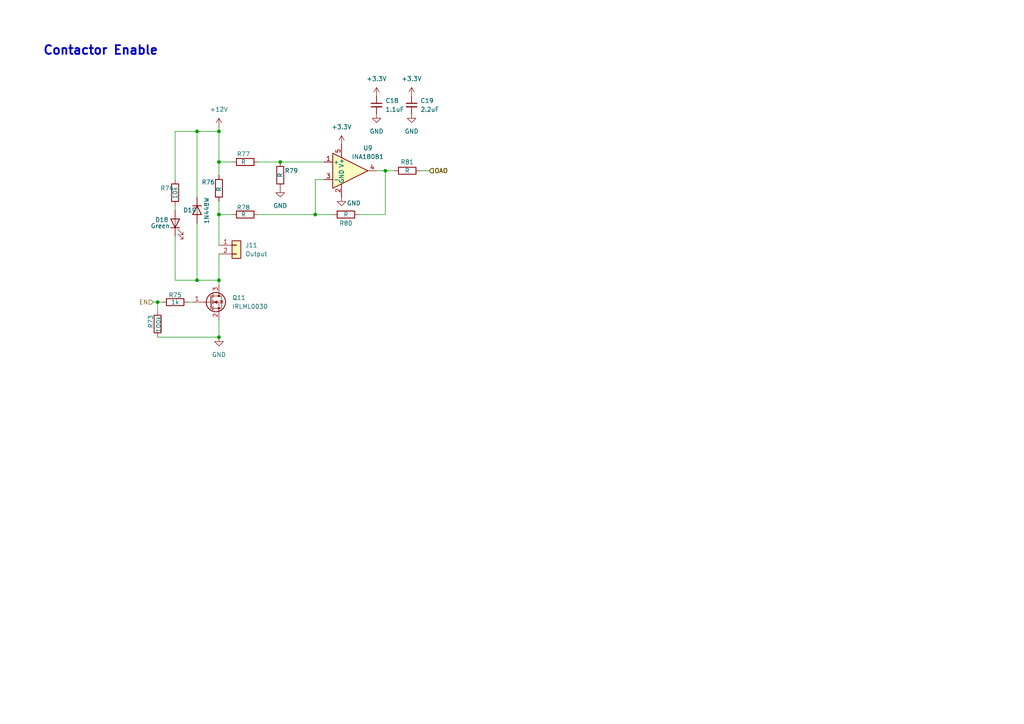
<source format=kicad_sch>
(kicad_sch (version 20231120) (generator "eeschema") (generator_version "8.0")
  (paper "A4")
  (lib_symbols
    (symbol "Amplifier_Current:INA180B1" (pin_names (offset 0.127))
      (property "Reference" "U" (at 3.81 3.81 0))
      (property "Value" "INA180B1" (at 3.81 -2.54 0))
      (symbol "INA180B1_0_1"
        (polyline (pts (xy 5.08 0) (xy -5.08 5.08) (xy -5.08 -5.08) (xy 5.08 0)) (stroke (width 0.254)) (fill (type background)))
      )
      (symbol "INA180B1_1_1"
        (pin input line (at -7.62 2.54 0) (length 2.54) (name "+") (number "1"))
        (pin power_in line (at -2.54 -7.62 90) (length 3.81) (name "GND") (number "2"))
        (pin input line (at -7.62 -2.54 0) (length 2.54) (name "-") (number "3"))
        (pin output line (at 7.62 0 180) (length 2.54) (name "~") (number "4"))
        (pin power_in line (at -2.54 7.62 270) (length 3.81) (name "V+") (number "5"))
      )
    )
    (symbol "Connector_Generic:Conn_01x02" (pin_names (offset 1.016) hide)
      (property "Reference" "J" (at 0 2.54 0))
      (property "Value" "Conn_01x02" (at 0 -5.08 0))
      (symbol "Conn_01x02_1_1"
        (rectangle (start -1.27 -2.413) (end 0 -2.667) (stroke (width 0.1524)))
        (rectangle (start -1.27 0.127) (end 0 -0.127) (stroke (width 0.1524)))
        (rectangle (start -1.27 1.27) (end 1.27 -3.81) (stroke (width 0.254)) (fill (type background)))
        (pin passive line (at -5.08 0 0) (length 3.81) (name "Pin_1") (number "1"))
        (pin passive line (at -5.08 -2.54 0) (length 3.81) (name "Pin_2") (number "2"))
      )
    )
    (symbol "Device:C_Small" (pin_numbers hide) (pin_names (offset 0.254) hide)
      (property "Reference" "C" (at 0.254 1.778 0))
      (property "Value" "C_Small" (at 0.254 -2.032 0))
      (symbol "C_Small_0_1"
        (polyline (pts (xy -1.524 -0.508) (xy 1.524 -0.508)) (stroke (width 0.3302)))
        (polyline (pts (xy -1.524 0.508) (xy 1.524 0.508)) (stroke (width 0.3048)))
      )
      (symbol "C_Small_1_1"
        (pin passive line (at 0 2.54 270) (length 2.032) (name "~") (number "1"))
        (pin passive line (at 0 -2.54 90) (length 2.032) (name "~") (number "2"))
      )
    )
    (symbol "Device:D" (pin_numbers hide) (pin_names (offset 1.016) hide)
      (property "Reference" "D" (at 0 2.54 0))
      (property "Value" "D" (at 0 -2.54 0))
      (symbol "D_0_1"
        (polyline (pts (xy -1.27 1.27) (xy -1.27 -1.27)) (stroke (width 0.254)))
        (polyline (pts (xy 1.27 0) (xy -1.27 0)))
        (polyline (pts (xy 1.27 1.27) (xy 1.27 -1.27) (xy -1.27 0) (xy 1.27 1.27)) (stroke (width 0.254)))
      )
      (symbol "D_1_1"
        (pin passive line (at -3.81 0 0) (length 2.54) (name "K") (number "1"))
        (pin passive line (at 3.81 0 180) (length 2.54) (name "A") (number "2"))
      )
    )
    (symbol "Device:LED" (pin_numbers hide) (pin_names (offset 1.016) hide)
      (property "Reference" "D" (at 0 2.54 0))
      (property "Value" "LED" (at 0 -2.54 0))
      (symbol "LED_0_1"
        (polyline (pts (xy -1.27 -1.27) (xy -1.27 1.27)) (stroke (width 0.254)))
        (polyline (pts (xy -1.27 0) (xy 1.27 0)))
        (polyline (pts (xy 1.27 -1.27) (xy 1.27 1.27) (xy -1.27 0) (xy 1.27 -1.27)) (stroke (width 0.254)))
        (polyline (pts (xy -3.048 -0.762) (xy -4.572 -2.286) (xy -3.81 -2.286) (xy -4.572 -2.286) (xy -4.572 -1.524)))
        (polyline (pts (xy -1.778 -0.762) (xy -3.302 -2.286) (xy -2.54 -2.286) (xy -3.302 -2.286) (xy -3.302 -1.524)))
      )
      (symbol "LED_1_1"
        (pin passive line (at -3.81 0 0) (length 2.54) (name "K") (number "1"))
        (pin passive line (at 3.81 0 180) (length 2.54) (name "A") (number "2"))
      )
    )
    (symbol "Device:R" (pin_numbers hide) (pin_names (offset 0))
      (property "Reference" "R" (at 2.032 0 90))
      (property "Value" "R" (at 0 0 90))
      (symbol "R_0_1"
        (rectangle (start -1.016 -2.54) (end 1.016 2.54) (stroke (width 0.254)))
      )
      (symbol "R_1_1"
        (pin passive line (at 0 3.81 270) (length 1.27) (name "~") (number "1"))
        (pin passive line (at 0 -3.81 90) (length 1.27) (name "~") (number "2"))
      )
    )
    (symbol "Transistor_FET:IRLML0030" (pin_names hide)
      (property "Reference" "Q" (at 5.08 1.905 0))
      (property "Value" "IRLML0030" (at 5.08 0 0))
      (symbol "IRLML0030_0_1"
        (polyline (pts (xy 0.254 0) (xy -2.54 0)))
        (polyline (pts (xy 0.254 1.905) (xy 0.254 -1.905)) (stroke (width 0.254)))
        (polyline (pts (xy 0.762 -1.27) (xy 0.762 -2.286)) (stroke (width 0.254)))
        (polyline (pts (xy 0.762 0.508) (xy 0.762 -0.508)) (stroke (width 0.254)))
        (polyline (pts (xy 0.762 2.286) (xy 0.762 1.27)) (stroke (width 0.254)))
        (polyline (pts (xy 2.54 2.54) (xy 2.54 1.778)))
        (polyline (pts (xy 2.54 -2.54) (xy 2.54 0) (xy 0.762 0)))
        (polyline (pts (xy 0.762 -1.778) (xy 3.302 -1.778) (xy 3.302 1.778) (xy 0.762 1.778)))
        (polyline (pts (xy 1.016 0) (xy 2.032 0.381) (xy 2.032 -0.381) (xy 1.016 0)) (fill (type outline)))
        (polyline (pts (xy 2.794 0.508) (xy 2.921 0.381) (xy 3.683 0.381) (xy 3.81 0.254)))
        (polyline (pts (xy 3.302 0.381) (xy 2.921 -0.254) (xy 3.683 -0.254) (xy 3.302 0.381)))
        (circle (center 1.651 0) (radius 2.794) (stroke (width 0.254)))
        (circle (center 2.54 -1.778) (radius 0.254) (fill (type outline)))
        (circle (center 2.54 1.778) (radius 0.254) (fill (type outline)))
      )
      (symbol "IRLML0030_1_1"
        (pin input line (at -5.08 0 0) (length 2.54) (name "G") (number "1"))
        (pin passive line (at 2.54 -5.08 90) (length 2.54) (name "S") (number "2"))
        (pin passive line (at 2.54 5.08 270) (length 2.54) (name "D") (number "3"))
      )
    )
    (symbol "power:+12V" (power) (pin_numbers hide) (pin_names (offset 0) hide)
      (property "Value" "+12V" (at 0 3.556 0))
      (symbol "+12V_0_1"
        (polyline (pts (xy -0.762 1.27) (xy 0 2.54)))
        (polyline (pts (xy 0 0) (xy 0 2.54)))
        (polyline (pts (xy 0 2.54) (xy 0.762 1.27)))
      )
      (symbol "+12V_1_1"
        (pin power_in line (at 0 0 90) (length 0) (name "~") (number "1"))
      )
    )
    (symbol "power:+3.3V" (power) (pin_numbers hide) (pin_names (offset 0) hide)
      (property "Value" "+3.3V" (at 0 3.556 0))
      (symbol "+3.3V_0_1"
        (polyline (pts (xy -0.762 1.27) (xy 0 2.54)))
        (polyline (pts (xy 0 0) (xy 0 2.54)))
        (polyline (pts (xy 0 2.54) (xy 0.762 1.27)))
      )
      (symbol "+3.3V_1_1"
        (pin power_in line (at 0 0 90) (length 0) (name "~") (number "1"))
      )
    )
    (symbol "power:GND" (power) (pin_numbers hide) (pin_names (offset 0) hide)
      (property "Value" "GND" (at 0 -3.81 0))
      (symbol "GND_0_1"
        (polyline (pts (xy 0 0) (xy 0 -1.27) (xy 1.27 -1.27) (xy 0 -2.54) (xy -1.27 -1.27) (xy 0 -1.27)))
      )
      (symbol "GND_1_1"
        (pin power_in line (at 0 0 270) (length 0) (name "~") (number "1"))
      )
    )
  )
  (junction (at 45.72 87.63))
  (junction (at 57.15 81.28))
  (junction (at 57.15 38.1))
  (junction (at 63.5 62.23))
  (junction (at 111.76 49.53))
  (junction (at 63.5 97.79))
  (junction (at 63.5 46.99))
  (junction (at 63.5 38.1))
  (junction (at 63.5 81.28))
  (junction (at 91.44 62.23))
  (junction (at 81.28 46.99))
  (wire (pts (xy 111.76 49.53) (xy 111.76 62.23)))
  (wire (pts (xy 46.99 87.63) (xy 45.72 87.63)))
  (wire (pts (xy 109.22 49.53) (xy 111.76 49.53)))
  (wire (pts (xy 50.8 81.28) (xy 50.8 68.58)))
  (wire (pts (xy 111.76 62.23) (xy 104.14 62.23)))
  (wire (pts (xy 91.44 52.07) (xy 93.98 52.07)))
  (wire (pts (xy 63.5 73.66) (xy 63.5 81.28)))
  (wire (pts (xy 57.15 64.77) (xy 57.15 81.28)))
  (wire (pts (xy 45.72 97.79) (xy 63.5 97.79)))
  (wire (pts (xy 63.5 38.1) (xy 57.15 38.1)))
  (wire (pts (xy 45.72 87.63) (xy 45.72 90.17)))
  (wire (pts (xy 44.45 87.63) (xy 45.72 87.63)))
  (wire (pts (xy 63.5 36.83) (xy 63.5 38.1)))
  (wire (pts (xy 63.5 58.42) (xy 63.5 62.23)))
  (wire (pts (xy 63.5 92.71) (xy 63.5 97.79)))
  (wire (pts (xy 74.93 62.23) (xy 91.44 62.23)))
  (wire (pts (xy 57.15 38.1) (xy 57.15 57.15)))
  (wire (pts (xy 111.76 49.53) (xy 114.3 49.53)))
  (wire (pts (xy 121.92 49.53) (xy 124.46 49.53)))
  (wire (pts (xy 81.28 46.99) (xy 93.98 46.99)))
  (wire (pts (xy 74.93 46.99) (xy 81.28 46.99)))
  (wire (pts (xy 63.5 62.23) (xy 63.5 71.12)))
  (wire (pts (xy 57.15 81.28) (xy 50.8 81.28)))
  (wire (pts (xy 91.44 52.07) (xy 91.44 62.23)))
  (wire (pts (xy 63.5 81.28) (xy 63.5 82.55)))
  (wire (pts (xy 50.8 38.1) (xy 50.8 52.07)))
  (wire (pts (xy 57.15 38.1) (xy 50.8 38.1)))
  (wire (pts (xy 55.88 87.63) (xy 54.61 87.63)))
  (wire (pts (xy 91.44 62.23) (xy 96.52 62.23)))
  (wire (pts (xy 67.31 62.23) (xy 63.5 62.23)))
  (wire (pts (xy 67.31 46.99) (xy 63.5 46.99)))
  (wire (pts (xy 63.5 81.28) (xy 57.15 81.28)))
  (wire (pts (xy 50.8 59.69) (xy 50.8 60.96)))
  (wire (pts (xy 63.5 38.1) (xy 63.5 46.99)))
  (wire (pts (xy 63.5 46.99) (xy 63.5 50.8)))
  (text "Contactor Enable\n" (at 29.21 14.732 0) (effects (font (size 2.54 2.54) (thickness 0.508) (bold yes))))
  (hierarchical_label "EN" (shape input) (at 44.45 87.63 180))
  (hierarchical_label "OAO" (shape input) (at 124.46 49.53 0) (effects (font (thickness 0.254) (bold yes))))
  (symbol (lib_id "Device:R") (at 118.11 49.53 90) (unit 1)
    (property "Reference" "R81" (at 118.11 46.99 90))
    (property "Value" "R" (at 118.11 49.53 90))
    (property "Description" "Resistor" (effects (hide yes)))
  )
  (symbol (lib_id "power:+3.3V") (at 119.38 27.94 0) (unit 1)
    (property "Reference" "#PWR080" (effects (hide yes)))
    (property "Value" "+3.3V" (at 119.38 22.86 0))
    (property "Description" "Power symbol creates a global label with name \"+3.3V\"" (effects (hide yes)))
  )
  (symbol (lib_id "Device:C_Small") (at 119.38 30.48 0) (unit 1)
    (property "Reference" "C19" (at 121.92 29.2162 0) (effects (justify left)))
    (property "Value" "2.2uF" (at 121.92 31.7562 0) (effects (justify left)))
    (property "Description" "Unpolarized capacitor, small symbol" (effects (hide yes)))
  )
  (symbol (lib_id "Connector_Generic:Conn_01x02") (at 68.58 71.12 0) (unit 1)
    (property "Reference" "J11" (at 71.12 71.1199 0) (effects (justify left)))
    (property "Value" "Output" (at 71.12 73.6599 0) (effects (justify left)))
    (property "Description" "Generic connector, single row, 01x02, script generated (kicad-library-utils/schlib/autogen/connector/)" (effects (hide yes)))
  )
  (symbol (lib_id "power:GND") (at 119.38 33.02 0) (unit 1)
    (property "Reference" "#PWR081" (effects (hide yes)))
    (property "Value" "GND" (at 119.38 38.1 0))
    (property "Description" "Power symbol creates a global label with name \"GND\" , ground" (effects (hide yes)))
  )
  (symbol (lib_id "Device:R") (at 63.5 54.61 0) (unit 1)
    (property "Reference" "R76" (at 58.42 52.832 0) (effects (justify left)))
    (property "Value" "R" (at 63.5 55.626 90) (effects (justify left)))
    (property "Description" "Resistor" (effects (hide yes)))
  )
  (symbol (lib_id "Device:C_Small") (at 109.22 30.48 0) (unit 1)
    (property "Reference" "C18" (at 111.76 29.2162 0) (effects (justify left)))
    (property "Value" "1.1uF" (at 111.76 31.7562 0) (effects (justify left)))
    (property "Description" "Unpolarized capacitor, small symbol" (effects (hide yes)))
  )
  (symbol (lib_id "power:+3.3V") (at 109.22 27.94 0) (unit 1)
    (property "Reference" "#PWR078" (effects (hide yes)))
    (property "Value" "+3.3V" (at 109.22 22.86 0))
    (property "Description" "Power symbol creates a global label with name \"+3.3V\"" (effects (hide yes)))
  )
  (symbol (lib_id "Device:R") (at 71.12 62.23 90) (unit 1)
    (property "Reference" "R78" (at 70.612 60.198 90))
    (property "Value" "R" (at 70.612 62.23 90))
    (property "Description" "Resistor" (effects (hide yes)))
  )
  (symbol (lib_id "Device:LED") (at 50.8 64.77 90) (unit 1)
    (property "Reference" "D18" (at 44.958 63.754 90) (effects (justify right)))
    (property "Value" "Green" (at 43.688 65.532 90) (effects (justify right)))
    (property "Description" "Light emitting diode" (effects (hide yes)))
  )
  (symbol (lib_id "Transistor_FET:IRLML0030") (at 60.96 87.63 0) (unit 1)
    (property "Reference" "Q11" (at 67.31 86.3599 0) (effects (justify left)))
    (property "Value" "IRLML0030" (at 67.31 88.8999 0) (effects (justify left)))
    (property "Footprint" "Package_TO_SOT_SMD:SOT-23" (effects (hide yes)))
    (property "Datasheet" "https://www.infineon.com/dgdl/irlml0030pbf.pdf?fileId=5546d462533600a401535664773825df" (effects (hide yes)))
    (property "Description" "5.3A Id, 30V Vds, 27mOhm Rds, N-Channel HEXFET Power MOSFET, SOT-23" (effects (hide yes)))
  )
  (symbol (lib_id "power:GND") (at 81.28 54.61 0) (unit 1)
    (property "Reference" "#PWR075" (effects (hide yes)))
    (property "Value" "GND" (at 81.28 59.69 0))
    (property "Description" "Power symbol creates a global label with name \"GND\" , ground" (effects (hide yes)))
  )
  (symbol (lib_id "Device:R") (at 81.28 50.8 0) (unit 1)
    (property "Reference" "R79" (at 82.55 49.53 0) (effects (justify left)))
    (property "Value" "R" (at 81.28 51.562 90) (effects (justify left)))
    (property "Description" "Resistor" (effects (hide yes)))
  )
  (symbol (lib_id "Amplifier_Current:INA180B1") (at 101.6 49.53 0) (unit 1)
    (property "Reference" "U9" (at 106.68 42.926 0))
    (property "Value" "INA180B1" (at 106.68 45.466 0))
    (property "Footprint" "Package_TO_SOT_SMD:SOT-23-5" (effects (hide yes)))
    (property "Datasheet" "http://www.ti.com/lit/ds/symlink/ina180.pdf" (effects (hide yes)))
    (property "Description" "Current Sense Amplifier, 1 Circuit, Rail-to-Rail, 26V, Gain 20 V/V, SOT-23-5" (effects (hide yes)))
  )
  (symbol (lib_id "power:GND") (at 109.22 33.02 0) (unit 1)
    (property "Reference" "#PWR079" (effects (hide yes)))
    (property "Value" "GND" (at 109.22 38.1 0))
    (property "Description" "Power symbol creates a global label with name \"GND\" , ground" (effects (hide yes)))
  )
  (symbol (lib_id "power:+3.3V") (at 99.06 41.91 0) (unit 1)
    (property "Reference" "#PWR076" (effects (hide yes)))
    (property "Value" "+3.3V" (at 99.06 36.83 0))
    (property "Description" "Power symbol creates a global label with name \"+3.3V\"" (effects (hide yes)))
  )
  (symbol (lib_id "Device:R") (at 71.12 46.99 90) (unit 1)
    (property "Reference" "R77" (at 70.612 44.704 90))
    (property "Value" "R" (at 70.612 46.99 90))
    (property "Description" "Resistor" (effects (hide yes)))
  )
  (symbol (lib_id "Device:R") (at 50.8 87.63 90) (unit 1)
    (property "Reference" "R75" (at 50.8 85.598 90))
    (property "Value" "1k" (at 50.8 87.63 90))
    (property "Description" "Resistor" (effects (hide yes)))
  )
  (symbol (lib_id "Device:D") (at 57.15 60.96 270) (unit 1)
    (property "Reference" "D19" (at 53.086 60.96 90) (effects (justify left)))
    (property "Value" "1N448W" (at 59.944 57.15 0) (effects (justify left)))
    (property "Description" "Diode" (effects (hide yes)))
    (property "Sim.Device" "D" (effects (hide yes)))
    (property "Sim.Pins" "1=K 2=A" (effects (hide yes)))
  )
  (symbol (lib_id "Device:R") (at 100.33 62.23 90) (unit 1)
    (property "Reference" "R80" (at 100.33 64.77 90))
    (property "Value" "R" (at 100.33 62.23 90))
    (property "Description" "Resistor" (effects (hide yes)))
  )
  (symbol (lib_id "power:+12V") (at 63.5 36.83 0) (unit 1)
    (property "Reference" "#PWR073" (effects (hide yes)))
    (property "Value" "+12V" (at 63.5 31.75 0))
    (property "Description" "Power symbol creates a global label with name \"+12V\"" (effects (hide yes)))
  )
  (symbol (lib_id "power:GND") (at 63.5 97.79 0) (unit 1)
    (property "Reference" "#PWR074" (effects (hide yes)))
    (property "Value" "GND" (at 63.5 102.87 0))
    (property "Description" "Power symbol creates a global label with name \"GND\" , ground" (effects (hide yes)))
  )
  (symbol (lib_id "Device:R") (at 45.72 93.98 0) (unit 1)
    (property "Reference" "R73" (at 43.688 95.25 90) (effects (justify left)))
    (property "Value" "100k" (at 45.974 96.52 90) (effects (justify left)))
    (property "Description" "Resistor" (effects (hide yes)))
  )
  (symbol (lib_id "Device:R") (at 50.8 55.88 0) (mirror y) (unit 1)
    (property "Reference" "R74" (at 46.482 54.61 0) (effects (justify right)))
    (property "Value" "10k" (at 50.8 54.102 90) (effects (justify right)))
    (property "Description" "Resistor" (effects (hide yes)))
  )
  (symbol (lib_id "power:GND") (at 99.06 57.15 0) (unit 1)
    (property "Reference" "#PWR077" (effects (hide yes)))
    (property "Value" "GND" (at 102.616 58.928 0))
    (property "Description" "Power symbol creates a global label with name \"GND\" , ground" (effects (hide yes)))
  )
)
</source>
